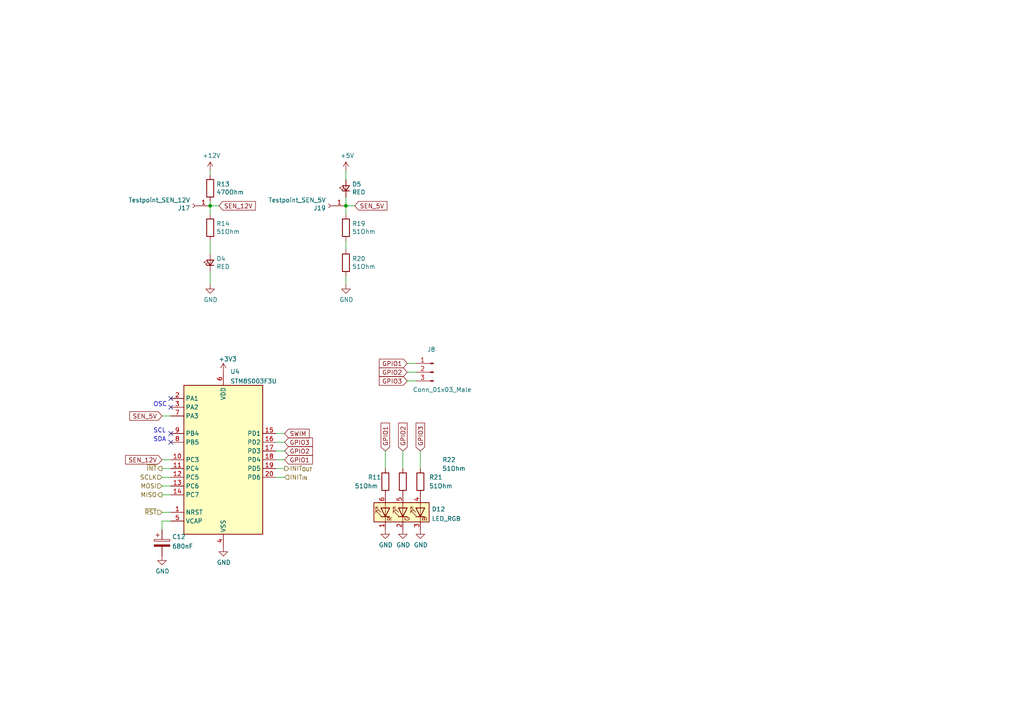
<source format=kicad_sch>
(kicad_sch (version 20211123) (generator eeschema)
  (paper "A4")
  (lib_symbols
    (symbol "Connector:Conn_01x01_Female" (pin_names (offset 1.016) hide)
      (property "Reference" "J" (at 0 2.54 0))
      (property "Value" "Conn_01x01_Female" (at 0 -2.54 0))
      (symbol "Conn_01x01_Female_1_1"
        (polyline (pts (xy -1.27 0) (xy -0.508 0)) (stroke (width 0.1524)))
        (arc (start 0 0.508) (mid -0.508 0) (end 0 -0.508) (stroke (width 0.1524)))
        (pin passive line (at -5.08 0 0) (length 3.81) (name "Pin_1") (number "1"))
      )
    )
    (symbol "Connector:Conn_01x03_Male" (pin_names (offset 1.016) hide)
      (property "Reference" "J" (at 0 5.08 0))
      (property "Value" "Conn_01x03_Male" (at 0 -5.08 0))
      (symbol "Conn_01x03_Male_1_1"
        (polyline (pts (xy 1.27 -2.54) (xy 0.8636 -2.54)) (stroke (width 0.1524)))
        (polyline (pts (xy 1.27 0) (xy 0.8636 0)) (stroke (width 0.1524)))
        (polyline (pts (xy 1.27 2.54) (xy 0.8636 2.54)) (stroke (width 0.1524)))
        (rectangle (start 0.8636 -2.413) (end 0 -2.667) (stroke (width 0.1524)) (fill (type outline)))
        (rectangle (start 0.8636 0.127) (end 0 -0.127) (stroke (width 0.1524)) (fill (type outline)))
        (rectangle (start 0.8636 2.667) (end 0 2.413) (stroke (width 0.1524)) (fill (type outline)))
        (pin passive line (at 5.08 2.54 180) (length 3.81) (name "Pin_1") (number "1"))
        (pin passive line (at 5.08 0 180) (length 3.81) (name "Pin_2") (number "2"))
        (pin passive line (at 5.08 -2.54 180) (length 3.81) (name "Pin_3") (number "3"))
      )
    )
    (symbol "Device:C_Polarized" (pin_numbers hide) (pin_names (offset 0.254))
      (property "Reference" "C" (at 0.635 2.54 0))
      (property "Value" "C_Polarized" (at 0.635 -2.54 0))
      (symbol "C_Polarized_0_1"
        (rectangle (start -2.286 0.508) (end 2.286 1.016))
        (polyline (pts (xy -1.778 2.286) (xy -0.762 2.286)))
        (polyline (pts (xy -1.27 2.794) (xy -1.27 1.778)))
        (rectangle (start 2.286 -0.508) (end -2.286 -1.016) (fill (type outline)))
      )
      (symbol "C_Polarized_1_1"
        (pin passive line (at 0 3.81 270) (length 2.794) (name "~") (number "1"))
        (pin passive line (at 0 -3.81 90) (length 2.794) (name "~") (number "2"))
      )
    )
    (symbol "Device:LED_RGB" (pin_names (offset 0) hide)
      (property "Reference" "D" (at 0 9.398 0))
      (property "Value" "LED_RGB" (at 0 -8.89 0))
      (symbol "LED_RGB_0_0"
        (text "B" (at -1.905 -6.35 0) (effects (font (size 1.27 1.27))))
        (text "G" (at -1.905 -1.27 0) (effects (font (size 1.27 1.27))))
        (text "R" (at -1.905 3.81 0) (effects (font (size 1.27 1.27))))
      )
      (symbol "LED_RGB_0_1"
        (polyline (pts (xy -1.27 -5.08) (xy -2.54 -5.08)))
        (polyline (pts (xy -1.27 -5.08) (xy 1.27 -5.08)))
        (polyline (pts (xy -1.27 -3.81) (xy -1.27 -6.35)) (stroke (width 0.254)))
        (polyline (pts (xy -1.27 0) (xy -2.54 0)))
        (polyline (pts (xy -1.27 1.27) (xy -1.27 -1.27)) (stroke (width 0.254)))
        (polyline (pts (xy -1.27 5.08) (xy -2.54 5.08)))
        (polyline (pts (xy -1.27 5.08) (xy 1.27 5.08)))
        (polyline (pts (xy -1.27 6.35) (xy -1.27 3.81)) (stroke (width 0.254)))
        (polyline (pts (xy 1.27 -5.08) (xy 2.54 -5.08)))
        (polyline (pts (xy 1.27 0) (xy -1.27 0)))
        (polyline (pts (xy 1.27 0) (xy 2.54 0)))
        (polyline (pts (xy 1.27 5.08) (xy 2.54 5.08)))
        (polyline (pts (xy -1.27 1.27) (xy -1.27 -1.27) (xy -1.27 -1.27)))
        (polyline (pts (xy -1.27 6.35) (xy -1.27 3.81) (xy -1.27 3.81)))
        (polyline (pts (xy 1.27 -3.81) (xy 1.27 -6.35) (xy -1.27 -5.08) (xy 1.27 -3.81)) (stroke (width 0.254)))
        (polyline (pts (xy 1.27 1.27) (xy 1.27 -1.27) (xy -1.27 0) (xy 1.27 1.27)) (stroke (width 0.254)))
        (polyline (pts (xy 1.27 6.35) (xy 1.27 3.81) (xy -1.27 5.08) (xy 1.27 6.35)) (stroke (width 0.254)))
        (polyline (pts (xy -1.016 -3.81) (xy 0.508 -2.286) (xy -0.254 -2.286) (xy 0.508 -2.286) (xy 0.508 -3.048)))
        (polyline (pts (xy -1.016 1.27) (xy 0.508 2.794) (xy -0.254 2.794) (xy 0.508 2.794) (xy 0.508 2.032)))
        (polyline (pts (xy -1.016 6.35) (xy 0.508 7.874) (xy -0.254 7.874) (xy 0.508 7.874) (xy 0.508 7.112)))
        (polyline (pts (xy 0 -3.81) (xy 1.524 -2.286) (xy 0.762 -2.286) (xy 1.524 -2.286) (xy 1.524 -3.048)))
        (polyline (pts (xy 0 1.27) (xy 1.524 2.794) (xy 0.762 2.794) (xy 1.524 2.794) (xy 1.524 2.032)))
        (polyline (pts (xy 0 6.35) (xy 1.524 7.874) (xy 0.762 7.874) (xy 1.524 7.874) (xy 1.524 7.112)))
        (rectangle (start 1.27 -1.27) (end 1.27 1.27))
        (rectangle (start 1.27 1.27) (end 1.27 1.27))
        (rectangle (start 1.27 3.81) (end 1.27 6.35))
        (rectangle (start 1.27 6.35) (end 1.27 6.35))
        (rectangle (start 2.794 8.382) (end -2.794 -7.62) (stroke (width 0.254)) (fill (type background)))
      )
      (symbol "LED_RGB_1_1"
        (pin passive line (at -5.08 5.08 0) (length 2.54) (name "RK") (number "1"))
        (pin passive line (at -5.08 0 0) (length 2.54) (name "GK") (number "2"))
        (pin passive line (at -5.08 -5.08 0) (length 2.54) (name "BK") (number "3"))
        (pin passive line (at 5.08 -5.08 180) (length 2.54) (name "BA") (number "4"))
        (pin passive line (at 5.08 0 180) (length 2.54) (name "GA") (number "5"))
        (pin passive line (at 5.08 5.08 180) (length 2.54) (name "RA") (number "6"))
      )
    )
    (symbol "Device:LED_Small" (pin_numbers hide) (pin_names (offset 0.254) hide)
      (property "Reference" "D" (at -1.27 3.175 0))
      (property "Value" "LED_Small" (at -4.445 -2.54 0))
      (symbol "LED_Small_0_1"
        (polyline (pts (xy -0.762 -1.016) (xy -0.762 1.016)) (stroke (width 0.254)))
        (polyline (pts (xy 1.016 0) (xy -0.762 0)))
        (polyline (pts (xy 0.762 -1.016) (xy -0.762 0) (xy 0.762 1.016) (xy 0.762 -1.016)) (stroke (width 0.254)))
        (polyline (pts (xy 0 0.762) (xy -0.508 1.27) (xy -0.254 1.27) (xy -0.508 1.27) (xy -0.508 1.016)))
        (polyline (pts (xy 0.508 1.27) (xy 0 1.778) (xy 0.254 1.778) (xy 0 1.778) (xy 0 1.524)))
      )
      (symbol "LED_Small_1_1"
        (pin passive line (at -2.54 0 0) (length 1.778) (name "K") (number "1"))
        (pin passive line (at 2.54 0 180) (length 1.778) (name "A") (number "2"))
      )
    )
    (symbol "Device:R" (pin_numbers hide) (pin_names (offset 0))
      (property "Reference" "R" (at 2.032 0 90))
      (property "Value" "R" (at 0 0 90))
      (symbol "R_0_1"
        (rectangle (start -1.016 -2.54) (end 1.016 2.54) (stroke (width 0.254)))
      )
      (symbol "R_1_1"
        (pin passive line (at 0 3.81 270) (length 1.27) (name "~") (number "1"))
        (pin passive line (at 0 -3.81 90) (length 1.27) (name "~") (number "2"))
      )
    )
    (symbol "MCU_ST_STM8:STM8S003F3U"
      (property "Reference" "U" (at 1.27 25.4 0))
      (property "Value" "STM8S003F3U" (at 1.27 22.86 0))
      (symbol "STM8S003F3U_0_1"
        (rectangle (start -11.43 21.59) (end 11.43 -21.59) (stroke (width 0.254)) (fill (type background)))
      )
      (symbol "STM8S003F3U_1_1"
        (pin input line (at -15.24 -15.24 0) (length 3.81) (name "NRST") (number "1"))
        (pin bidirectional line (at -15.24 0 0) (length 3.81) (name "PC3") (number "10"))
        (pin bidirectional line (at -15.24 -2.54 0) (length 3.81) (name "PC4") (number "11"))
        (pin bidirectional line (at -15.24 -5.08 0) (length 3.81) (name "PC5") (number "12"))
        (pin bidirectional line (at -15.24 -7.62 0) (length 3.81) (name "PC6") (number "13"))
        (pin bidirectional line (at -15.24 -10.16 0) (length 3.81) (name "PC7") (number "14"))
        (pin bidirectional line (at 15.24 7.62 180) (length 3.81) (name "PD1") (number "15"))
        (pin bidirectional line (at 15.24 5.08 180) (length 3.81) (name "PD2") (number "16"))
        (pin bidirectional line (at 15.24 2.54 180) (length 3.81) (name "PD3") (number "17"))
        (pin bidirectional line (at 15.24 0 180) (length 3.81) (name "PD4") (number "18"))
        (pin bidirectional line (at 15.24 -2.54 180) (length 3.81) (name "PD5") (number "19"))
        (pin bidirectional line (at -15.24 17.78 0) (length 3.81) (name "PA1") (number "2"))
        (pin bidirectional line (at 15.24 -5.08 180) (length 3.81) (name "PD6") (number "20"))
        (pin bidirectional line (at -15.24 15.24 0) (length 3.81) (name "PA2") (number "3"))
        (pin power_in line (at 0 -25.4 90) (length 3.81) (name "VSS") (number "4"))
        (pin passive line (at -15.24 -17.78 0) (length 3.81) (name "VCAP") (number "5"))
        (pin power_in line (at 0 25.4 270) (length 3.81) (name "VDD") (number "6"))
        (pin bidirectional line (at -15.24 12.7 0) (length 3.81) (name "PA3") (number "7"))
        (pin bidirectional line (at -15.24 5.08 0) (length 3.81) (name "PB5") (number "8"))
        (pin bidirectional line (at -15.24 7.62 0) (length 3.81) (name "PB4") (number "9"))
      )
    )
    (symbol "power:+12V" (power) (pin_names (offset 0))
      (property "Value" "+12V" (at 0 3.556 0))
      (symbol "+12V_0_1"
        (polyline (pts (xy -0.762 1.27) (xy 0 2.54)))
        (polyline (pts (xy 0 0) (xy 0 2.54)))
        (polyline (pts (xy 0 2.54) (xy 0.762 1.27)))
      )
      (symbol "+12V_1_1"
        (pin power_in line (at 0 0 90) (length 0) hide (name "+12V") (number "1"))
      )
    )
    (symbol "power:+3.3V" (power) (pin_names (offset 0))
      (property "Value" "+3.3V" (at 0 3.556 0))
      (symbol "+3.3V_0_1"
        (polyline (pts (xy -0.762 1.27) (xy 0 2.54)))
        (polyline (pts (xy 0 0) (xy 0 2.54)))
        (polyline (pts (xy 0 2.54) (xy 0.762 1.27)))
      )
      (symbol "+3.3V_1_1"
        (pin power_in line (at 0 0 90) (length 0) hide (name "+3V3") (number "1"))
      )
    )
    (symbol "power:+5V" (power) (pin_names (offset 0))
      (property "Value" "+5V" (at 0 3.556 0))
      (symbol "+5V_0_1"
        (polyline (pts (xy -0.762 1.27) (xy 0 2.54)))
        (polyline (pts (xy 0 0) (xy 0 2.54)))
        (polyline (pts (xy 0 2.54) (xy 0.762 1.27)))
      )
      (symbol "+5V_1_1"
        (pin power_in line (at 0 0 90) (length 0) hide (name "+5V") (number "1"))
      )
    )
    (symbol "power:GND" (power) (pin_names (offset 0))
      (property "Value" "GND" (at 0 -3.81 0))
      (symbol "GND_0_1"
        (polyline (pts (xy 0 0) (xy 0 -1.27) (xy 1.27 -1.27) (xy 0 -2.54) (xy -1.27 -1.27) (xy 0 -1.27)))
      )
      (symbol "GND_1_1"
        (pin power_in line (at 0 0 270) (length 0) hide (name "GND") (number "1"))
      )
    )
  )
  (junction (at 60.96 59.69))
  (junction (at 100.33 59.69))
  (no_connect (at 49.53 125.73))
  (no_connect (at 49.53 128.27))
  (no_connect (at 49.53 118.11))
  (no_connect (at 49.53 115.57))
  (wire (pts (xy 118.11 110.49) (xy 120.65 110.49)))
  (wire (pts (xy 118.11 107.95) (xy 120.65 107.95)))
  (wire (pts (xy 80.01 130.81) (xy 82.55 130.81)))
  (wire (pts (xy 63.5 59.69) (xy 60.96 59.69)))
  (wire (pts (xy 60.96 59.69) (xy 60.96 62.23)))
  (wire (pts (xy 60.96 49.53) (xy 60.96 50.8)))
  (wire (pts (xy 80.01 138.43) (xy 82.55 138.43)))
  (wire (pts (xy 121.92 130.81) (xy 121.92 135.89)))
  (wire (pts (xy 46.99 148.59) (xy 49.53 148.59)))
  (wire (pts (xy 49.53 151.13) (xy 46.99 151.13)))
  (wire (pts (xy 80.01 125.73) (xy 82.55 125.73)))
  (wire (pts (xy 116.84 130.81) (xy 116.84 135.89)))
  (wire (pts (xy 60.96 78.74) (xy 60.96 82.55)))
  (wire (pts (xy 102.87 59.69) (xy 100.33 59.69)))
  (wire (pts (xy 111.76 130.81) (xy 111.76 135.89)))
  (wire (pts (xy 118.11 105.41) (xy 120.65 105.41)))
  (wire (pts (xy 60.96 58.42) (xy 60.96 59.69)))
  (wire (pts (xy 100.33 59.69) (xy 100.33 62.23)))
  (wire (pts (xy 60.96 69.85) (xy 60.96 73.66)))
  (wire (pts (xy 80.01 133.35) (xy 82.55 133.35)))
  (wire (pts (xy 80.01 128.27) (xy 82.55 128.27)))
  (wire (pts (xy 46.99 140.97) (xy 49.53 140.97)))
  (wire (pts (xy 46.99 138.43) (xy 49.53 138.43)))
  (wire (pts (xy 80.01 135.89) (xy 82.55 135.89)))
  (wire (pts (xy 100.33 80.01) (xy 100.33 82.55)))
  (wire (pts (xy 100.33 49.53) (xy 100.33 52.07)))
  (wire (pts (xy 100.33 57.15) (xy 100.33 59.69)))
  (wire (pts (xy 46.99 120.65) (xy 49.53 120.65)))
  (wire (pts (xy 100.33 69.85) (xy 100.33 72.39)))
  (wire (pts (xy 46.99 143.51) (xy 49.53 143.51)))
  (wire (pts (xy 46.99 151.13) (xy 46.99 153.67)))
  (wire (pts (xy 46.99 135.89) (xy 49.53 135.89)))
  (wire (pts (xy 46.99 133.35) (xy 49.53 133.35)))
  (text "SDA" (at 44.45 128.27 0) (effects (font (size 1.27 1.27)) (justify left bottom)))
  (text "OSC" (at 44.45 118.11 0) (effects (font (size 1.27 1.27)) (justify left bottom)))
  (text "SCL" (at 44.45 125.73 0) (effects (font (size 1.27 1.27)) (justify left bottom)))
  (global_label "GPIO1" (shape input) (at 111.76 130.81 90) (property "Referenzen zwischen Schaltplänen" "${INTERSHEET_REFS}" (effects hide)))
  (global_label "SEN_12V" (shape input) (at 46.99 133.35 180) (property "Referenzen zwischen Schaltplänen" "${INTERSHEET_REFS}" (effects hide)))
  (global_label "SEN_5V" (shape input) (at 102.87 59.69 0) (property "Referenzen zwischen Schaltplänen" "${INTERSHEET_REFS}" (effects hide)))
  (global_label "GPIO3" (shape input) (at 82.55 128.27 0) (property "Referenzen zwischen Schaltplänen" "${INTERSHEET_REFS}" (effects hide)))
  (global_label "GPIO3" (shape input) (at 121.92 130.81 90) (property "Referenzen zwischen Schaltplänen" "${INTERSHEET_REFS}" (effects hide)))
  (global_label "GPIO2" (shape input) (at 116.84 130.81 90) (property "Referenzen zwischen Schaltplänen" "${INTERSHEET_REFS}" (effects hide)))
  (global_label "GPIO3" (shape input) (at 118.11 110.49 180) (property "Referenzen zwischen Schaltplänen" "${INTERSHEET_REFS}" (effects hide)))
  (global_label "GPIO2" (shape input) (at 82.55 130.81 0) (property "Referenzen zwischen Schaltplänen" "${INTERSHEET_REFS}" (effects hide)))
  (global_label "SEN_12V" (shape input) (at 63.5 59.69 0) (property "Referenzen zwischen Schaltplänen" "${INTERSHEET_REFS}" (effects hide)))
  (global_label "SEN_5V" (shape input) (at 46.99 120.65 180) (property "Referenzen zwischen Schaltplänen" "${INTERSHEET_REFS}" (effects hide)))
  (global_label "GPIO1" (shape input) (at 82.55 133.35 0) (property "Referenzen zwischen Schaltplänen" "${INTERSHEET_REFS}" (effects hide)))
  (global_label "GPIO2" (shape input) (at 118.11 107.95 180) (property "Referenzen zwischen Schaltplänen" "${INTERSHEET_REFS}" (effects hide)))
  (global_label "SWIM" (shape input) (at 82.55 125.73 0) (property "Referenzen zwischen Schaltplänen" "${INTERSHEET_REFS}" (effects hide)))
  (global_label "GPIO1" (shape input) (at 118.11 105.41 180) (property "Referenzen zwischen Schaltplänen" "${INTERSHEET_REFS}" (effects hide)))
  (hierarchical_label "~{RST}" (shape input) (at 46.99 148.59 180))
  (hierarchical_label "INIT_{IN}" (shape input) (at 82.55 138.43 0))
  (hierarchical_label "~{INT}" (shape output) (at 46.99 135.89 180))
  (hierarchical_label "INIT_{OUT}" (shape output) (at 82.55 135.89 0))
  (hierarchical_label "MOSI" (shape input) (at 46.99 140.97 180))
  (hierarchical_label "MISO" (shape output) (at 46.99 143.51 180))
  (hierarchical_label "SCLK" (shape input) (at 46.99 138.43 180))
  (symbol (lib_id "power:GND") (at 46.99 161.29 0) (unit 1)
    (property "Reference" "#PWR0163" (effects hide))
    (property "Value" "GND" (at 47.117 165.6842 0))
  )
  (symbol (lib_id "Connector:Conn_01x01_Female") (at 95.25 59.69 180) (unit 1)
    (property "Reference" "J19" (at 94.5388 60.3504 0) (effects (justify left)))
    (property "Value" "Testpoint_SEN_5V" (at 94.5388 58.039 0) (effects (justify left)))
    (property "Footprint" "TestPoint:TestPoint_Pad_D2.0mm" (effects hide))
    (property "LCSC" "-" (effects hide))
  )
  (symbol (lib_id "Device:R") (at 121.92 139.7 180) (unit 1)
    (property "Reference" "R22" (at 128.27 133.35 0) (effects (justify right)))
    (property "Value" "51Ohm" (at 128.27 135.89 0) (effects (justify right)))
    (property "Footprint" "Resistor_SMD:R_0603_1608Metric" (effects hide))
    (property "LCSC" "C23197" (effects hide))
  )
  (symbol (lib_id "Device:C_Polarized") (at 46.99 157.48 0) (unit 1)
    (property "Reference" "C12" (at 49.911 155.6825 0) (effects (justify left)))
    (property "Value" "680nF" (at 49.911 158.4576 0) (effects (justify left)))
  )
  (symbol (lib_id "Device:LED_Small") (at 60.96 76.2 90) (unit 1)
    (property "Reference" "D4" (at 62.738 75.0316 90) (effects (justify right)))
    (property "Value" "RED" (at 62.738 77.343 90) (effects (justify right)))
    (property "Footprint" "LED_SMD:LED_0603_1608Metric" (effects hide))
    (property "LCSC" "C2286" (effects hide))
  )
  (symbol (lib_id "power:GND") (at 111.76 153.67 0) (unit 1)
    (property "Reference" "#PWR0160" (effects hide))
    (property "Value" "GND" (at 111.887 158.0642 0))
  )
  (symbol (lib_id "power:GND") (at 121.92 153.67 0) (unit 1)
    (property "Reference" "#PWR0162" (effects hide))
    (property "Value" "GND" (at 122.047 158.0642 0))
  )
  (symbol (lib_id "Device:R") (at 60.96 66.04 180) (unit 1)
    (property "Reference" "R14" (at 62.738 64.8716 0) (effects (justify right)))
    (property "Value" "51Ohm" (at 62.738 67.183 0) (effects (justify right)))
    (property "Footprint" "Resistor_SMD:R_0603_1608Metric" (effects hide))
    (property "LCSC" "C23197" (effects hide))
  )
  (symbol (lib_id "Device:R") (at 116.84 139.7 180) (unit 1)
    (property "Reference" "R21" (at 124.46 138.43 0) (effects (justify right)))
    (property "Value" "51Ohm" (at 124.46 140.97 0) (effects (justify right)))
    (property "Footprint" "Resistor_SMD:R_0603_1608Metric" (effects hide))
    (property "LCSC" "C23197" (effects hide))
  )
  (symbol (lib_id "power:GND") (at 116.84 153.67 0) (unit 1)
    (property "Reference" "#PWR0161" (effects hide))
    (property "Value" "GND" (at 116.967 158.0642 0))
  )
  (symbol (lib_id "Device:LED_Small") (at 100.33 54.61 90) (unit 1)
    (property "Reference" "D5" (at 102.108 53.4416 90) (effects (justify right)))
    (property "Value" "RED" (at 102.108 55.753 90) (effects (justify right)))
    (property "Footprint" "LED_SMD:LED_0603_1608Metric" (effects hide))
    (property "LCSC" "C2286" (effects hide))
  )
  (symbol (lib_id "MCU_ST_STM8:STM8S003F3U") (at 64.77 133.35 0) (unit 1)
    (property "Reference" "U4" (at 66.7894 107.7935 0) (effects (justify left)))
    (property "Value" "STM8S003F3U" (at 66.7894 110.5686 0) (effects (justify left)))
    (property "Footprint" "Package_DFN_QFN:ST_UFQFPN-20_3x3mm_P0.5mm" (effects hide))
    (property "Datasheet" "http://www.st.com/st-web-ui/static/active/en/resource/technical/document/datasheet/DM00024550.pdf" (effects hide))
    (property "LCSC" "C35556" (effects hide))
  )
  (symbol (lib_id "power:GND") (at 100.33 82.55 0) (unit 1)
    (property "Reference" "#PWR0130" (effects hide))
    (property "Value" "GND" (at 100.457 86.9442 0))
  )
  (symbol (lib_id "Device:R") (at 111.76 139.7 180) (unit 1)
    (property "Reference" "R11" (at 106.68 138.43 0) (effects (justify right)))
    (property "Value" "51Ohm" (at 102.87 140.97 0) (effects (justify right)))
    (property "Footprint" "Resistor_SMD:R_0603_1608Metric" (effects hide))
    (property "LCSC" "C23197" (effects hide))
  )
  (symbol (lib_id "Connector:Conn_01x01_Female") (at 55.88 59.69 180) (unit 1)
    (property "Reference" "J17" (at 55.1688 60.3504 0) (effects (justify left)))
    (property "Value" "Testpoint_SEN_12V" (at 55.1688 58.039 0) (effects (justify left)))
    (property "Footprint" "TestPoint:TestPoint_Pad_D2.0mm" (effects hide))
    (property "LCSC" "-" (effects hide))
  )
  (symbol (lib_id "power:+3.3V") (at 64.77 107.95 0) (unit 1)
    (property "Reference" "#PWR0157" (effects hide))
    (property "Value" "+3.3V" (at 66.04 104.14 0))
  )
  (symbol (lib_id "Device:LED_RGB") (at 116.84 148.59 90) (unit 1)
    (property "Reference" "D12" (at 125.222 147.6815 90) (effects (justify right)))
    (property "Value" "LED_RGB" (at 125.222 150.4566 90) (effects (justify right)))
    (property "Footprint" "LED_SMD:LED_RGB_5050-6" (effects hide))
    (property "LCSC" "-" (effects hide))
  )
  (symbol (lib_id "power:GND") (at 60.96 82.55 0) (unit 1)
    (property "Reference" "#PWR0128" (effects hide))
    (property "Value" "GND" (at 61.087 86.9442 0))
  )
  (symbol (lib_id "power:+12V") (at 60.96 49.53 0) (unit 1)
    (property "Reference" "#PWR0131" (effects hide))
    (property "Value" "+12V" (at 61.341 45.1358 0))
  )
  (symbol (lib_id "power:+5V") (at 100.33 49.53 0) (unit 1)
    (property "Reference" "#PWR0129" (effects hide))
    (property "Value" "+5V" (at 100.711 45.1358 0))
  )
  (symbol (lib_id "Device:R") (at 60.96 54.61 180) (unit 1)
    (property "Reference" "R13" (at 62.738 53.4416 0) (effects (justify right)))
    (property "Value" "470Ohm" (at 62.738 55.753 0) (effects (justify right)))
    (property "Footprint" "Resistor_SMD:R_0603_1608Metric" (effects hide))
    (property "LCSC" "C23179" (effects hide))
  )
  (symbol (lib_id "power:GND") (at 64.77 158.75 0) (unit 1)
    (property "Reference" "#PWR0156" (effects hide))
    (property "Value" "GND" (at 64.897 163.1442 0))
  )
  (symbol (lib_id "Connector:Conn_01x03_Male") (at 125.73 107.95 0) (mirror y) (unit 1)
    (property "Reference" "J8" (at 125.095 101.3673 0))
    (property "Value" "Conn_01x03_Male" (at 128.27 113.03 0))
    (property "Footprint" "Connector_PinHeader_2.54mm:PinHeader_1x03_P2.54mm_Vertical" (effects hide))
    (property "LCSC" "-" (effects hide))
  )
  (symbol (lib_id "Device:R") (at 100.33 76.2 180) (unit 1)
    (property "Reference" "R20" (at 102.108 75.0316 0) (effects (justify right)))
    (property "Value" "51Ohm" (at 102.108 77.343 0) (effects (justify right)))
    (property "Footprint" "Resistor_SMD:R_0603_1608Metric" (effects hide))
    (property "LCSC" "C23197" (effects hide))
  )
  (symbol (lib_id "Device:R") (at 100.33 66.04 180) (unit 1)
    (property "Reference" "R19" (at 102.108 64.8716 0) (effects (justify right)))
    (property "Value" "51Ohm" (at 102.108 67.183 0) (effects (justify right)))
    (property "Footprint" "Resistor_SMD:R_0603_1608Metric" (effects hide))
    (property "LCSC" "C23197" (effects hide))
  )
)
</source>
